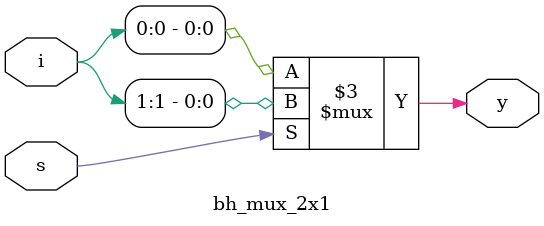
<source format=v>
module bh_mux_2x1(y,i,s);
output y;
input [1:0] i;
input s;
reg y;
always@(i or s)
begin
if(s)
y=i[1];
else
y=i[0];
end
endmodule

</source>
